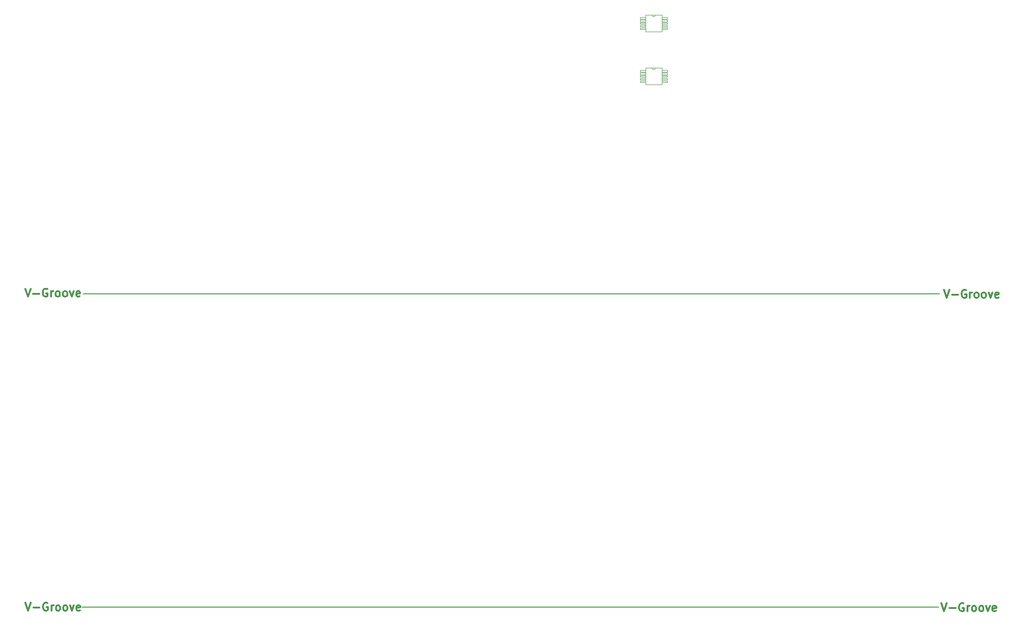
<source format=gbr>
G04 #@! TF.GenerationSoftware,KiCad,Pcbnew,(2017-09-19 revision dddaa7e69)-makepkg*
G04 #@! TF.CreationDate,2017-11-12T19:58:56+01:00*
G04 #@! TF.ProjectId,G2,47322E6B696361645F70636200000000,rev?*
G04 #@! TF.SameCoordinates,Original*
G04 #@! TF.FileFunction,Drawing*
%FSLAX46Y46*%
G04 Gerber Fmt 4.6, Leading zero omitted, Abs format (unit mm)*
G04 Created by KiCad (PCBNEW (2017-09-19 revision dddaa7e69)-makepkg) date 11/12/17 19:58:56*
%MOMM*%
%LPD*%
G01*
G04 APERTURE LIST*
%ADD10C,0.200000*%
%ADD11C,0.300000*%
%ADD12C,0.100000*%
G04 APERTURE END LIST*
D10*
X9860000Y-157920000D02*
X170210000Y-157920000D01*
D11*
X171215714Y-98518571D02*
X171715714Y-100018571D01*
X172215714Y-98518571D01*
X172715714Y-99447142D02*
X173858571Y-99447142D01*
X175358571Y-98590000D02*
X175215714Y-98518571D01*
X175001428Y-98518571D01*
X174787142Y-98590000D01*
X174644285Y-98732857D01*
X174572857Y-98875714D01*
X174501428Y-99161428D01*
X174501428Y-99375714D01*
X174572857Y-99661428D01*
X174644285Y-99804285D01*
X174787142Y-99947142D01*
X175001428Y-100018571D01*
X175144285Y-100018571D01*
X175358571Y-99947142D01*
X175430000Y-99875714D01*
X175430000Y-99375714D01*
X175144285Y-99375714D01*
X176072857Y-100018571D02*
X176072857Y-99018571D01*
X176072857Y-99304285D02*
X176144285Y-99161428D01*
X176215714Y-99090000D01*
X176358571Y-99018571D01*
X176501428Y-99018571D01*
X177215714Y-100018571D02*
X177072857Y-99947142D01*
X177001428Y-99875714D01*
X176930000Y-99732857D01*
X176930000Y-99304285D01*
X177001428Y-99161428D01*
X177072857Y-99090000D01*
X177215714Y-99018571D01*
X177430000Y-99018571D01*
X177572857Y-99090000D01*
X177644285Y-99161428D01*
X177715714Y-99304285D01*
X177715714Y-99732857D01*
X177644285Y-99875714D01*
X177572857Y-99947142D01*
X177430000Y-100018571D01*
X177215714Y-100018571D01*
X178572857Y-100018571D02*
X178430000Y-99947142D01*
X178358571Y-99875714D01*
X178287142Y-99732857D01*
X178287142Y-99304285D01*
X178358571Y-99161428D01*
X178430000Y-99090000D01*
X178572857Y-99018571D01*
X178787142Y-99018571D01*
X178930000Y-99090000D01*
X179001428Y-99161428D01*
X179072857Y-99304285D01*
X179072857Y-99732857D01*
X179001428Y-99875714D01*
X178930000Y-99947142D01*
X178787142Y-100018571D01*
X178572857Y-100018571D01*
X179572857Y-99018571D02*
X179930000Y-100018571D01*
X180287142Y-99018571D01*
X181430000Y-99947142D02*
X181287142Y-100018571D01*
X181001428Y-100018571D01*
X180858571Y-99947142D01*
X180787142Y-99804285D01*
X180787142Y-99232857D01*
X180858571Y-99090000D01*
X181001428Y-99018571D01*
X181287142Y-99018571D01*
X181430000Y-99090000D01*
X181501428Y-99232857D01*
X181501428Y-99375714D01*
X180787142Y-99518571D01*
X-804285Y-157118571D02*
X-304285Y-158618571D01*
X195714Y-157118571D01*
X695714Y-158047142D02*
X1838571Y-158047142D01*
X3338571Y-157190000D02*
X3195714Y-157118571D01*
X2981428Y-157118571D01*
X2767142Y-157190000D01*
X2624285Y-157332857D01*
X2552857Y-157475714D01*
X2481428Y-157761428D01*
X2481428Y-157975714D01*
X2552857Y-158261428D01*
X2624285Y-158404285D01*
X2767142Y-158547142D01*
X2981428Y-158618571D01*
X3124285Y-158618571D01*
X3338571Y-158547142D01*
X3410000Y-158475714D01*
X3410000Y-157975714D01*
X3124285Y-157975714D01*
X4052857Y-158618571D02*
X4052857Y-157618571D01*
X4052857Y-157904285D02*
X4124285Y-157761428D01*
X4195714Y-157690000D01*
X4338571Y-157618571D01*
X4481428Y-157618571D01*
X5195714Y-158618571D02*
X5052857Y-158547142D01*
X4981428Y-158475714D01*
X4910000Y-158332857D01*
X4910000Y-157904285D01*
X4981428Y-157761428D01*
X5052857Y-157690000D01*
X5195714Y-157618571D01*
X5410000Y-157618571D01*
X5552857Y-157690000D01*
X5624285Y-157761428D01*
X5695714Y-157904285D01*
X5695714Y-158332857D01*
X5624285Y-158475714D01*
X5552857Y-158547142D01*
X5410000Y-158618571D01*
X5195714Y-158618571D01*
X6552857Y-158618571D02*
X6410000Y-158547142D01*
X6338571Y-158475714D01*
X6267142Y-158332857D01*
X6267142Y-157904285D01*
X6338571Y-157761428D01*
X6410000Y-157690000D01*
X6552857Y-157618571D01*
X6767142Y-157618571D01*
X6910000Y-157690000D01*
X6981428Y-157761428D01*
X7052857Y-157904285D01*
X7052857Y-158332857D01*
X6981428Y-158475714D01*
X6910000Y-158547142D01*
X6767142Y-158618571D01*
X6552857Y-158618571D01*
X7552857Y-157618571D02*
X7910000Y-158618571D01*
X8267142Y-157618571D01*
X9410000Y-158547142D02*
X9267142Y-158618571D01*
X8981428Y-158618571D01*
X8838571Y-158547142D01*
X8767142Y-158404285D01*
X8767142Y-157832857D01*
X8838571Y-157690000D01*
X8981428Y-157618571D01*
X9267142Y-157618571D01*
X9410000Y-157690000D01*
X9481428Y-157832857D01*
X9481428Y-157975714D01*
X8767142Y-158118571D01*
X170748714Y-157220771D02*
X171248714Y-158720771D01*
X171748714Y-157220771D01*
X172248714Y-158149342D02*
X173391571Y-158149342D01*
X174891571Y-157292200D02*
X174748714Y-157220771D01*
X174534428Y-157220771D01*
X174320142Y-157292200D01*
X174177285Y-157435057D01*
X174105857Y-157577914D01*
X174034428Y-157863628D01*
X174034428Y-158077914D01*
X174105857Y-158363628D01*
X174177285Y-158506485D01*
X174320142Y-158649342D01*
X174534428Y-158720771D01*
X174677285Y-158720771D01*
X174891571Y-158649342D01*
X174963000Y-158577914D01*
X174963000Y-158077914D01*
X174677285Y-158077914D01*
X175605857Y-158720771D02*
X175605857Y-157720771D01*
X175605857Y-158006485D02*
X175677285Y-157863628D01*
X175748714Y-157792200D01*
X175891571Y-157720771D01*
X176034428Y-157720771D01*
X176748714Y-158720771D02*
X176605857Y-158649342D01*
X176534428Y-158577914D01*
X176463000Y-158435057D01*
X176463000Y-158006485D01*
X176534428Y-157863628D01*
X176605857Y-157792200D01*
X176748714Y-157720771D01*
X176963000Y-157720771D01*
X177105857Y-157792200D01*
X177177285Y-157863628D01*
X177248714Y-158006485D01*
X177248714Y-158435057D01*
X177177285Y-158577914D01*
X177105857Y-158649342D01*
X176963000Y-158720771D01*
X176748714Y-158720771D01*
X178105857Y-158720771D02*
X177963000Y-158649342D01*
X177891571Y-158577914D01*
X177820142Y-158435057D01*
X177820142Y-158006485D01*
X177891571Y-157863628D01*
X177963000Y-157792200D01*
X178105857Y-157720771D01*
X178320142Y-157720771D01*
X178463000Y-157792200D01*
X178534428Y-157863628D01*
X178605857Y-158006485D01*
X178605857Y-158435057D01*
X178534428Y-158577914D01*
X178463000Y-158649342D01*
X178320142Y-158720771D01*
X178105857Y-158720771D01*
X179105857Y-157720771D02*
X179463000Y-158720771D01*
X179820142Y-157720771D01*
X180963000Y-158649342D02*
X180820142Y-158720771D01*
X180534428Y-158720771D01*
X180391571Y-158649342D01*
X180320142Y-158506485D01*
X180320142Y-157935057D01*
X180391571Y-157792200D01*
X180534428Y-157720771D01*
X180820142Y-157720771D01*
X180963000Y-157792200D01*
X181034428Y-157935057D01*
X181034428Y-158077914D01*
X180320142Y-158220771D01*
X-844285Y-98298571D02*
X-344285Y-99798571D01*
X155714Y-98298571D01*
X655714Y-99227142D02*
X1798571Y-99227142D01*
X3298571Y-98370000D02*
X3155714Y-98298571D01*
X2941428Y-98298571D01*
X2727142Y-98370000D01*
X2584285Y-98512857D01*
X2512857Y-98655714D01*
X2441428Y-98941428D01*
X2441428Y-99155714D01*
X2512857Y-99441428D01*
X2584285Y-99584285D01*
X2727142Y-99727142D01*
X2941428Y-99798571D01*
X3084285Y-99798571D01*
X3298571Y-99727142D01*
X3370000Y-99655714D01*
X3370000Y-99155714D01*
X3084285Y-99155714D01*
X4012857Y-99798571D02*
X4012857Y-98798571D01*
X4012857Y-99084285D02*
X4084285Y-98941428D01*
X4155714Y-98870000D01*
X4298571Y-98798571D01*
X4441428Y-98798571D01*
X5155714Y-99798571D02*
X5012857Y-99727142D01*
X4941428Y-99655714D01*
X4870000Y-99512857D01*
X4870000Y-99084285D01*
X4941428Y-98941428D01*
X5012857Y-98870000D01*
X5155714Y-98798571D01*
X5370000Y-98798571D01*
X5512857Y-98870000D01*
X5584285Y-98941428D01*
X5655714Y-99084285D01*
X5655714Y-99512857D01*
X5584285Y-99655714D01*
X5512857Y-99727142D01*
X5370000Y-99798571D01*
X5155714Y-99798571D01*
X6512857Y-99798571D02*
X6370000Y-99727142D01*
X6298571Y-99655714D01*
X6227142Y-99512857D01*
X6227142Y-99084285D01*
X6298571Y-98941428D01*
X6370000Y-98870000D01*
X6512857Y-98798571D01*
X6727142Y-98798571D01*
X6870000Y-98870000D01*
X6941428Y-98941428D01*
X7012857Y-99084285D01*
X7012857Y-99512857D01*
X6941428Y-99655714D01*
X6870000Y-99727142D01*
X6727142Y-99798571D01*
X6512857Y-99798571D01*
X7512857Y-98798571D02*
X7870000Y-99798571D01*
X8227142Y-98798571D01*
X9370000Y-99727142D02*
X9227142Y-99798571D01*
X8941428Y-99798571D01*
X8798571Y-99727142D01*
X8727142Y-99584285D01*
X8727142Y-99012857D01*
X8798571Y-98870000D01*
X8941428Y-98798571D01*
X9227142Y-98798571D01*
X9370000Y-98870000D01*
X9441428Y-99012857D01*
X9441428Y-99155714D01*
X8727142Y-99298571D01*
D10*
X9990000Y-99310000D02*
X170340000Y-99310000D01*
D12*
X117183009Y-47066600D02*
G75*
G02X116573409Y-47066600I-304800J0D01*
G01*
X115328809Y-47066600D02*
X115328809Y-50165400D01*
X116573409Y-47066600D02*
X115328809Y-47066600D01*
X117183009Y-47066600D02*
X116573409Y-47066600D01*
X118427609Y-47066600D02*
X117183009Y-47066600D01*
X118427609Y-50165400D02*
X118427609Y-47066600D01*
X115328809Y-50165400D02*
X118427609Y-50165400D01*
X119392809Y-47473000D02*
X118427609Y-47473000D01*
X119392809Y-47752400D02*
X119392809Y-47473000D01*
X118427609Y-47752400D02*
X119392809Y-47752400D01*
X118427609Y-47473000D02*
X118427609Y-47752400D01*
X119392809Y-47981000D02*
X118427609Y-47981000D01*
X119392809Y-48260400D02*
X119392809Y-47981000D01*
X118427609Y-48260400D02*
X119392809Y-48260400D01*
X118427609Y-47981000D02*
X118427609Y-48260400D01*
X119392809Y-48489000D02*
X118427609Y-48489000D01*
X119392809Y-48743000D02*
X119392809Y-48489000D01*
X118427609Y-48743000D02*
X119392809Y-48743000D01*
X118427609Y-48489000D02*
X118427609Y-48743000D01*
X119392809Y-48971600D02*
X118427609Y-48971600D01*
X119392809Y-49251000D02*
X119392809Y-48971600D01*
X118427609Y-49251000D02*
X119392809Y-49251000D01*
X118427609Y-48971600D02*
X118427609Y-49251000D01*
X119392809Y-49479600D02*
X118427609Y-49479600D01*
X119392809Y-49759000D02*
X119392809Y-49479600D01*
X118427609Y-49759000D02*
X119392809Y-49759000D01*
X118427609Y-49479600D02*
X118427609Y-49759000D01*
X114363609Y-49759000D02*
X115328809Y-49759000D01*
X114363609Y-49479600D02*
X114363609Y-49759000D01*
X115328809Y-49479600D02*
X114363609Y-49479600D01*
X115328809Y-49759000D02*
X115328809Y-49479600D01*
X114363609Y-49251000D02*
X115328809Y-49251000D01*
X114363609Y-48971600D02*
X114363609Y-49251000D01*
X115328809Y-48971600D02*
X114363609Y-48971600D01*
X115328809Y-49251000D02*
X115328809Y-48971600D01*
X114363609Y-48743000D02*
X115328809Y-48743000D01*
X114363609Y-48489000D02*
X114363609Y-48743000D01*
X115328809Y-48489000D02*
X114363609Y-48489000D01*
X115328809Y-48743000D02*
X115328809Y-48489000D01*
X114363609Y-48260400D02*
X115328809Y-48260400D01*
X114363609Y-47981000D02*
X114363609Y-48260400D01*
X115328809Y-47981000D02*
X114363609Y-47981000D01*
X115328809Y-48260400D02*
X115328809Y-47981000D01*
X114363609Y-47752400D02*
X115328809Y-47752400D01*
X114363609Y-47473000D02*
X114363609Y-47752400D01*
X115328809Y-47473000D02*
X114363609Y-47473000D01*
X115328809Y-47752400D02*
X115328809Y-47473000D01*
X115328809Y-57658400D02*
X115328809Y-57379000D01*
X115328809Y-57379000D02*
X114363609Y-57379000D01*
X114363609Y-57379000D02*
X114363609Y-57658400D01*
X114363609Y-57658400D02*
X115328809Y-57658400D01*
X115328809Y-58166400D02*
X115328809Y-57887000D01*
X115328809Y-57887000D02*
X114363609Y-57887000D01*
X114363609Y-57887000D02*
X114363609Y-58166400D01*
X114363609Y-58166400D02*
X115328809Y-58166400D01*
X115328809Y-58649000D02*
X115328809Y-58395000D01*
X115328809Y-58395000D02*
X114363609Y-58395000D01*
X114363609Y-58395000D02*
X114363609Y-58649000D01*
X114363609Y-58649000D02*
X115328809Y-58649000D01*
X115328809Y-59157000D02*
X115328809Y-58877600D01*
X115328809Y-58877600D02*
X114363609Y-58877600D01*
X114363609Y-58877600D02*
X114363609Y-59157000D01*
X114363609Y-59157000D02*
X115328809Y-59157000D01*
X115328809Y-59665000D02*
X115328809Y-59385600D01*
X115328809Y-59385600D02*
X114363609Y-59385600D01*
X114363609Y-59385600D02*
X114363609Y-59665000D01*
X114363609Y-59665000D02*
X115328809Y-59665000D01*
X118427609Y-59385600D02*
X118427609Y-59665000D01*
X118427609Y-59665000D02*
X119392809Y-59665000D01*
X119392809Y-59665000D02*
X119392809Y-59385600D01*
X119392809Y-59385600D02*
X118427609Y-59385600D01*
X118427609Y-58877600D02*
X118427609Y-59157000D01*
X118427609Y-59157000D02*
X119392809Y-59157000D01*
X119392809Y-59157000D02*
X119392809Y-58877600D01*
X119392809Y-58877600D02*
X118427609Y-58877600D01*
X118427609Y-58395000D02*
X118427609Y-58649000D01*
X118427609Y-58649000D02*
X119392809Y-58649000D01*
X119392809Y-58649000D02*
X119392809Y-58395000D01*
X119392809Y-58395000D02*
X118427609Y-58395000D01*
X118427609Y-57887000D02*
X118427609Y-58166400D01*
X118427609Y-58166400D02*
X119392809Y-58166400D01*
X119392809Y-58166400D02*
X119392809Y-57887000D01*
X119392809Y-57887000D02*
X118427609Y-57887000D01*
X118427609Y-57379000D02*
X118427609Y-57658400D01*
X118427609Y-57658400D02*
X119392809Y-57658400D01*
X119392809Y-57658400D02*
X119392809Y-57379000D01*
X119392809Y-57379000D02*
X118427609Y-57379000D01*
X115328809Y-60071400D02*
X118427609Y-60071400D01*
X118427609Y-60071400D02*
X118427609Y-56972600D01*
X118427609Y-56972600D02*
X117183009Y-56972600D01*
X117183009Y-56972600D02*
X116573409Y-56972600D01*
X116573409Y-56972600D02*
X115328809Y-56972600D01*
X115328809Y-56972600D02*
X115328809Y-60071400D01*
X117183009Y-56972600D02*
G75*
G02X116573409Y-56972600I-304800J0D01*
G01*
M02*

</source>
